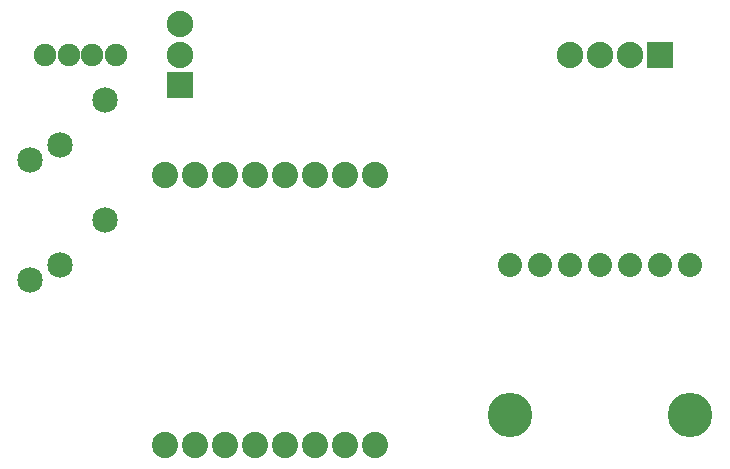
<source format=gts>
G04 MADE WITH FRITZING*
G04 WWW.FRITZING.ORG*
G04 DOUBLE SIDED*
G04 HOLES PLATED*
G04 CONTOUR ON CENTER OF CONTOUR VECTOR*
%ASAXBY*%
%FSLAX23Y23*%
%MOIN*%
%OFA0B0*%
%SFA1.0B1.0*%
%ADD10C,0.087778*%
%ADD11C,0.148425*%
%ADD12C,0.080000*%
%ADD13C,0.088000*%
%ADD14C,0.075000*%
%ADD15C,0.085000*%
%ADD16R,0.088000X0.088000*%
%LNMASK1*%
G90*
G70*
G54D10*
X1251Y1065D03*
X1151Y1065D03*
X1051Y1065D03*
X951Y1065D03*
X851Y1065D03*
X751Y1065D03*
X651Y1065D03*
X551Y1065D03*
X551Y165D03*
X651Y165D03*
X751Y165D03*
X851Y165D03*
X951Y165D03*
X1051Y165D03*
X1151Y165D03*
X1251Y165D03*
G54D11*
X2301Y265D03*
G54D12*
X2301Y765D03*
X2201Y765D03*
X2101Y765D03*
X2001Y765D03*
X1901Y765D03*
X1801Y765D03*
X1701Y765D03*
G54D11*
X1701Y265D03*
G54D13*
X601Y1566D03*
X601Y1465D03*
X601Y1365D03*
X2201Y1465D03*
X2101Y1465D03*
X2001Y1465D03*
X1901Y1465D03*
G54D14*
X151Y1465D03*
X230Y1465D03*
X308Y1465D03*
X387Y1465D03*
G54D15*
X351Y915D03*
X351Y1315D03*
X201Y765D03*
X201Y1165D03*
X101Y1115D03*
X101Y715D03*
G54D16*
X600Y1365D03*
X2201Y1465D03*
G04 End of Mask1*
M02*
</source>
